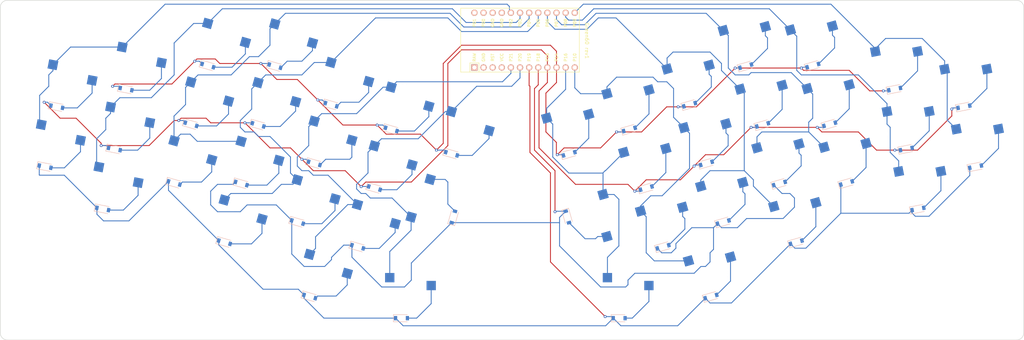
<source format=kicad_pcb>
(kicad_pcb (version 20211014) (generator pcbnew)
  (title_block (title "green60") (rev "v1.0.0") (company "Unknown"))
  (layers (0 "F.Cu" signal) (31 "B.Cu" signal) (34 "B.Paste" user) (35 "F.Paste" user) (36 "B.SilkS" user "B.Silkscreen") (37 "F.SilkS" user "F.Silkscreen") (38 "B.Mask" user) (39 "F.Mask" user) (44 "Edge.Cuts" user))
  (net 0 "")
  (net 1 "P2")
  (net 2 "P19")
  (net 3 "S1_D")
  (net 4 "P15")
  (net 5 "S2_D")
  (net 6 "P3")
  (net 7 "S3_D")
  (net 8 "S4_D")
  (net 9 "P14")
  (net 10 "S5_D")
  (net 11 "P4")
  (net 12 "S6_D")
  (net 13 "S7_D")
  (net 14 "S8_D")
  (net 15 "P5")
  (net 16 "S9_D")
  (net 17 "P18")
  (net 18 "S10_D")
  (net 19 "S11_D")
  (net 20 "S12_D")
  (net 21 "S13_D")
  (net 22 "P21")
  (net 23 "S14_D")
  (net 24 "S15_D")
  (net 25 "S16_D")
  (net 26 "P20")
  (net 27 "S17_D")
  (net 28 "S18_D")
  (net 29 "S19_D")
  (net 30 "S20_D")
  (net 31 "S21_D")
  (net 32 "S22_D")
  (net 33 "P10")
  (net 34 "S23_D")
  (net 35 "S24_D")
  (net 36 "P8")
  (net 37 "S25_D")
  (net 38 "S26_D")
  (net 39 "P9")
  (net 40 "S27_D")
  (net 41 "P7")
  (net 42 "S28_D")
  (net 43 "S29_D")
  (net 44 "S30_D")
  (net 45 "P6")
  (net 46 "S31_D")
  (net 47 "S32_D")
  (net 48 "S33_D")
  (net 49 "S34_D")
  (net 50 "S35_D")
  (net 51 "S36_D")
  (net 52 "S37_D")
  (net 53 "S38_D")
  (net 54 "P16")
  (net 55 "S39_D")
  (net 56 "S40_D")
  (net 57 "S41_D")
  (net 58 "S42_D")
  (net 59 "S43_D")
  (net 60 "S44_D")
  (net 61 "RAW")
  (net 62 "RST")
  (net 63 "VCC")
  (net 64 "P1")
  (net 65 "P0")
  (footprint "PG1350" (layer "F.Cu") (at 250.207926 61.078952 16)
    (fp_text reference "S28" hide)
    (fp_text value "" hide)
  )
  (footprint "PG1350" (layer "F.Cu") (at 188.376324 98.517484)
    (fp_text reference "S44" hide)
    (fp_text value "" hide)
  )
  (footprint "PG1350" (layer "F.Cu") (at 215.878142 71.963159 16)
    (fp_text reference "S35" hide)
    (fp_text value "" hide)
  )
  (footprint "PG1350" (layer "F.Cu") (at 127.758921 98.517484)
    (fp_text reference "S22" hide)
    (fp_text value "" hide)
  )
  (footprint "PG1350" (layer "F.Cu") (at 84.608216 61.234116 -16)
    (fp_text reference "S10" hide)
    (fp_text value "" hide)
  )
  (footprint "PG1350" (layer "F.Cu") (at 212.463897 92.707867 16)
    (fp_text reference "S43" hide)
    (fp_text value "" hide)
  )
  (footprint "PG1350" (layer "F.Cu") (at 226.841194 44.892667 16)
    (fp_text reference "S33" hide)
    (fp_text value "" hide)
  )
  (footprint "PG1350" (layer "F.Cu") (at 65.927319 61.078952 -16)
    (fp_text reference "S6" hide)
    (fp_text value "" hide)
  )
  (footprint "PG1350" (layer "F.Cu") (at 240.836256 28.396055 16)
    (fp_text reference "S30" hide)
    (fp_text value "" hide)
  )
  (footprint "PG1350" (layer "F.Cu") (at 52.070102 34.834517 -11)
    (fp_text reference "S5" hide)
    (fp_text value "" hide)
  )
  (footprint "PG1350" (layer "F.Cu") (at 104.942938 55.62171 -16)
    (fp_text reference "S14" hide)
    (fp_text value "" hide)
  )
  (footprint "PG1350" (layer "F.Cu") (at 89.294051 44.892667 -16)
    (fp_text reference "S11" hide)
    (fp_text value "" hide)
  )
  (footprint "PG1350" (layer "F.Cu") (at 172.976037 52.952127 16)
    (fp_text reference "S42" hide)
    (fp_text value "" hide)
  )
  (footprint "PG1350" (layer "F.Cu") (at 70.613154 44.737503 -16)
    (fp_text reference "S7" hide)
    (fp_text value "" hide)
  )
  (footprint "PG1350" (layer "F.Cu") (at 270.552649 68.209841 11)
    (fp_text reference "S25" hide)
    (fp_text value "" hide)
  )
  (footprint "PG1350" (layer "F.Cu") (at 137.067623 74.19601 74)
    (fp_text reference "S19" hide)
    (fp_text value "" hide)
  )
  (footprint "PG1350" (layer "F.Cu") (at 109.628773 39.280261 -16)
    (fp_text reference "S15" hide)
    (fp_text value "" hide)
  )
  (footprint "PG1350" (layer "F.Cu") (at 121.694373 62.505706 -16)
    (fp_text reference "S17" hide)
    (fp_text value "" hide)
  )
  (footprint "PG1350" (layer "F.Cu") (at 117.008538 78.847155 -16)
    (fp_text reference "S16" hide)
    (fp_text value "" hide)
  )
  (footprint "PG1350" (layer "F.Cu") (at 29.535183 56.431448 -11)
    (fp_text reference "S1" hide)
    (fp_text value "" hide)
  )
  (footprint "PG1350" (layer "F.Cu") (at 194.440872 62.505706 16)
    (fp_text reference "S39" hide)
    (fp_text value "" hide)
  )
  (footprint "ProMicro" (layer "F.Cu") (at 162.035183 26.431448)
    (fp_text reference "MCU1" hide)
    (fp_text value "" hide)
  )
  (footprint "PG1350" (layer "F.Cu") (at 283.356309 39.743786 11)
    (fp_text reference "S24" hide)
    (fp_text value "" hide)
  )
  (footprint "PG1350" (layer "F.Cu") (at 32.778936 39.743786 -11)
    (fp_text reference "S2" hide)
    (fp_text value "" hide)
  )
  (footprint "PG1350" (layer "F.Cu") (at 245.522091 44.737503 16)
    (fp_text reference "S29" hide)
    (fp_text value "" hide)
  )
  (footprint "PG1350" (layer "F.Cu") (at 236.212864 77.575565 16)
    (fp_text reference "S31" hide)
    (fp_text value "" hide)
  )
  (footprint "PG1350" (layer "F.Cu") (at 126.380209 46.164257 -16)
    (fp_text reference "S18" hide)
    (fp_text value "" hide)
  )
  (footprint "PG1350" (layer "F.Cu") (at 231.527029 61.234116 16)
    (fp_text reference "S32" hide)
    (fp_text value "" hide)
  )
  (footprint "PG1350" (layer "F.Cu") (at 48.826349 51.522179 -11)
    (fp_text reference "S4" hide)
    (fp_text value "" hide)
  )
  (footprint "PG1350" (layer "F.Cu") (at 143.159208 52.952127 -16)
    (fp_text reference "S20" hide)
    (fp_text value "" hide)
  )
  (footprint "PG1350" (layer "F.Cu") (at 103.671348 92.707867 -16)
    (fp_text reference "S21" hide)
    (fp_text value "" hide)
  )
  (footprint "PG1350" (layer "F.Cu") (at 179.067623 74.19601 -74)
    (fp_text reference "S41" hide)
    (fp_text value "" hide)
  )
  (footprint "PG1350" (layer "F.Cu") (at 189.755037 46.164257 16)
    (fp_text reference "S40" hide)
    (fp_text value "" hide)
  )
  (footprint "PG1350" (layer "F.Cu") (at 286.600062 56.431448 11)
    (fp_text reference "S23" hide)
    (fp_text value "" hide)
  )
  (footprint "PG1350" (layer "F.Cu") (at 199.126707 78.847155 16)
    (fp_text reference "S38" hide)
    (fp_text value "" hide)
  )
  (footprint "PG1350" (layer "F.Cu") (at 100.257103 71.963159 -16)
    (fp_text reference "S13" hide)
    (fp_text value "" hide)
  )
  (footprint "PG1350" (layer "F.Cu") (at 267.308896 51.522179 11)
    (fp_text reference "S26" hide)
    (fp_text value "" hide)
  )
  (footprint "PG1350" (layer "F.Cu") (at 206.506472 39.280261 16)
    (fp_text reference "S37" hide)
    (fp_text value "" hide)
  )
  (footprint "PG1350" (layer "F.Cu") (at 264.065143 34.834517 11)
    (fp_text reference "S27" hide)
    (fp_text value "" hide)
  )
  (footprint "PG1350" (layer "F.Cu") (at 222.155359 28.551219 16)
    (fp_text reference "S34" hide)
    (fp_text value "" hide)
  )
  (footprint "PG1350" (layer "F.Cu") (at 79.922381 77.575565 -16)
    (fp_text reference "S9" hide)
    (fp_text value "" hide)
  )
  (footprint "PG1350" (layer "F.Cu") (at 45.582596 68.209841 -11)
    (fp_text reference "S3" hide)
    (fp_text value "" hide)
  )
  (footprint "PG1350" (layer "F.Cu") (at 211.192307 55.62171 16)
    (fp_text reference "S36" hide)
    (fp_text value "" hide)
  )
  (footprint "PG1350" (layer "F.Cu") (at 93.979886 28.551219 -16)
    (fp_text reference "S12" hide)
    (fp_text value "" hide)
  )
  (footprint "PG1350" (layer "F.Cu") (at 75.298989 28.396055 -16)
    (fp_text reference "S8" hide)
    (fp_text value "" hide)
  )
  (gr_line (start 16.035183 17.331448) (end 16.035183 107.931448) (layer "Edge.Cuts") (width 0.15))
  (gr_arc (start 16.035183 17.331448) (mid 16.620969 15.917234) (end 18.035183 15.331448) (layer "Edge.Cuts") (width 0.15))
  (gr_line (start 18.035183 109.931448) (end 299.035183 109.931448) (layer "Edge.Cuts") (width 0.15))
  (gr_arc (start 301.035183 107.931448) (mid 300.449397 109.345662) (end 299.035183 109.931448) (layer "Edge.Cuts") (width 0.15))
  (gr_line (start 301.035183 107.931448) (end 301.035183 17.331448) (layer "Edge.Cuts") (width 0.15))
  (gr_arc (start 299.035183 15.331448) (mid 300.449397 15.917234) (end 301.035183 17.331448) (layer "Edge.Cuts") (width 0.15))
  (gr_line (start 299.035183 15.331448) (end 18.035183 15.331448) (layer "Edge.Cuts") (width 0.15))
  (gr_arc (start 18.035183 109.931448) (mid 16.620969 109.345662) (end 16.035183 107.931448) (layer "Edge.Cuts") (width 0.15))
  (gr_text "Green60 rev1" (at 179.395183 26.586448 -90) (layer "F.SilkS") (effects (font (size 1 1))))
  (segment (start 30.69942 33.278205) (end 35.608689 28.368936) (width 0.25) (layer "B.Cu") (net 1))
  (segment (start 49.990586 28.368936) (end 61.933074 16.426448) (width 0.25) (layer "B.Cu") (net 1))
  (segment (start 157.805183 18.391448) (end 158.225183 18.811448) (width 0.25) (layer "B.Cu") (net 1))
  (segment (start 157.805183 17.061448) (end 157.805183 18.391448) (width 0.25) (layer "B.Cu") (net 1))
  (segment (start 27.455667 49.965867) (end 26.995183 49.505383) (width 0.25) (layer "B.Cu") (net 1))
  (segment (start 157.170183 16.426448) (end 157.805183 17.061448) (width 0.25) (layer "B.Cu") (net 1))
  (segment (start 29.535183 39.286448) (end 29.535183 36.111448) (width 0.25) (layer "B.Cu") (net 1))
  (segment (start 61.933074 16.426448) (end 157.170183 16.426448) (width 0.25) (layer "B.Cu") (net 1))
  (segment (start 29.535183 36.111448) (end 30.69942 34.947211) (width 0.25) (layer "B.Cu") (net 1))
  (segment (start 26.995183 41.826448) (end 29.535183 39.286448) (width 0.25) (layer "B.Cu") (net 1))
  (segment (start 30.69942 34.947211) (end 30.69942 33.278205) (width 0.25) (layer "B.Cu") (net 1))
  (segment (start 35.608689 28.368936) (end 49.990586 28.368936) (width 0.25) (layer "B.Cu") (net 1))
  (segment (start 26.995183 49.505383) (end 26.995183 41.826448) (width 0.25) (layer "B.Cu") (net 1))
  (segment (start 169.235183 63.416448) (end 163.520183 57.701448) (width 0.25) (layer "F.Cu") (net 2))
  (segment (start 163.305183 39.071448) (end 163.305183 34.051448) (width 0.25) (layer "F.Cu") (net 2))
  (segment (start 184.475183 103.421448) (end 169.235183 88.181448) (width 0.25) (layer "F.Cu") (net 2))
  (segment (start 169.235183 88.181448) (end 169.235183 63.416448) (width 0.25) (layer "F.Cu") (net 2))
  (segment (start 163.520183 39.286448) (end 163.305183 39.071448) (width 0.25) (layer "F.Cu") (net 2))
  (segment (start 163.520183 57.701448) (end 163.520183 39.286448) (width 0.25) (layer "F.Cu") (net 2))
  (via (at 184.475183 103.421448) (size 0.8) (drill 0.4) (layers "F.Cu" "B.Cu") (net 2))
  (segment (start 219.643321 99.611448) (end 236.097032 83.157737) (width 0.25) (layer "B.Cu") (net 2))
  (segment (start 269.950739 74.597004) (end 270.835183 75.481448) (width 0.25) (layer "B.Cu") (net 2))
  (segment (start 236.097032 83.157737) (end 237.310743 84.371448) (width 0.25) (layer "B.Cu") (net 2))
  (segment (start 106.165219 103.851484) (end 126.108921 103.851484) (width 0.25) (layer "B.Cu") (net 2))
  (segment (start 42.945136 74.921401) (end 44.775183 76.751448) (width 0.25) (layer "B.Cu") (net 2))
  (segment (start 269.950739 73.760675) (end 269.950739 74.597004) (width 0.25) (layer "B.Cu") (net 2))
  (segment (start 186.726324 103.851484) (end 188.836288 105.961448) (width 0.25) (layer "B.Cu") (net 2))
  (segment (start 62.870988 68.253071) (end 76.86605 82.248133) (width 0.25) (layer "B.Cu") (net 2))
  (segment (start 184.61636 105.961448) (end 186.726324 103.851484) (width 0.25) (layer "B.Cu") (net 2))
  (segment (start 274.645183 75.481448) (end 285.998152 64.128479) (width 0.25) (layer "B.Cu") (net 2))
  (segment (start 250.092094 74.634537) (end 269.076877 74.634537) (width 0.25) (layer "B.Cu") (net 2))
  (segment (start 240.355183 84.371448) (end 250.092094 74.634537) (width 0.25) (layer "B.Cu") (net 2))
  (segment (start 100.615017 98.301282) (end 106.165219 103.851484) (width 0.25) (layer "B.Cu") (net 2))
  (segment (start 212.348065 98.290039) (end 213.669474 99.611448) (width 0.25) (layer "B.Cu") (net 2))
  (segment (start 26.897723 63.953988) (end 26.897723 61.352613) (width 0.25) (layer "B.Cu") (net 2))
  (segment (start 213.669474 99.611448) (end 219.643321 99.611448) (width 0.25) (layer "B.Cu") (net 2))
  (segment (start 269.076877 74.634537) (end 269.950739 73.760675) (width 0.25) (layer "B.Cu") (net 2))
  (segment (start 89.225183 95.801448) (end 99.03603 95.801448) (width 0.25) (layer "B.Cu") (net 2))
  (segment (start 26.995183 64.051448) (end 26.897723 63.953988) (width 0.25) (layer "B.Cu") (net 2))
  (segment (start 62.870988 65.75152) (end 62.870988 68.253071) (width 0.25) (layer "B.Cu") (net 2))
  (segment (start 76.86605 83.442315) (end 89.225183 95.801448) (width 0.25) (layer "B.Cu") (net 2))
  (segment (start 186.726324 103.851484) (end 186.296288 103.421448) (width 0.25) (layer "B.Cu") (net 2))
  (segment (start 237.310743 84.371448) (end 240.355183 84.371448) (width 0.25) (layer "B.Cu") (net 2))
  (segment (start 44.775183 76.751448) (end 51.87106 76.751448) (width 0.25) (layer "B.Cu") (net 2))
  (segment (start 33.865578 64.051448) (end 26.995183 64.051448) (width 0.25) (layer "B.Cu") (net 2))
  (segment (start 100.615017 97.380435) (end 100.615017 98.301282) (width 0.25) (layer "B.Cu") (net 2))
  (segment (start 188.836288 105.961448) (end 204.676656 105.961448) (width 0.25) (layer "B.Cu") (net 2))
  (segment (start 250.092094 74.634537) (end 250.092094 66.661124) (width 0.25) (layer "B.Cu") (net 2))
  (segment (start 128.218885 105.961448) (end 184.61636 105.961448) (width 0.25) (layer "B.Cu") (net 2))
  (segment (start 99.03603 95.801448) (end 100.615017 97.380435) (width 0.25) (layer "B.Cu") (net 2))
  (segment (start 186.296288 103.421448) (end 184.475183 103.421448) (width 0.25) (layer "B.Cu") (net 2))
  (segment (start 285.998152 64.128479) (end 285.998152 61.982282) (width 0.25) (layer "B.Cu") (net 2))
  (segment (start 42.945136 73.131006) (end 42.945136 74.921401) (width 0.25) (layer "B.Cu") (net 2))
  (segment (start 42.945136 73.131006) (end 33.865578 64.051448) (width 0.25) (layer "B.Cu") (net 2))
  (segment (start 76.86605 82.248133) (end 76.86605 83.442315) (width 0.25) (layer "B.Cu") (net 2))
  (segment (start 270.835183 75.481448) (end 274.645183 75.481448) (width 0.25) (layer "B.Cu") (net 2))
  (segment (start 204.676656 105.961448) (end 212.348065 98.290039) (width 0.25) (layer "B.Cu") (net 2))
  (segment (start 126.108921 103.851484) (end 128.218885 105.961448) (width 0.25) (layer "B.Cu") (net 2))
  (segment (start 51.87106 76.751448) (end 62.870988 65.75152) (width 0.25) (layer "B.Cu") (net 2))
  (segment (start 30.137093 61.982282) (end 33.900119 61.982282) (width 0.25) (layer "B.Cu") (net 3))
  (segment (start 33.900119 61.982282) (end 38.373682 57.508719) (width 0.25) (layer "B.Cu") (net 3))
  (segment (start 38.373682 57.508719) (end 38.373682 54.32929) (width 0.25) (layer "B.Cu") (net 3))
  (segment (start 112.085183 62.781448) (end 116.530183 67.226448) (width 0.25) (layer "F.Cu") (net 4))
  (segment (start 66.365183 48.176448) (end 73.350183 48.176448) (width 0.25) (layer "F.Cu") (net 4))
  (segment (start 100.020183 59.606448) (end 103.195183 62.781448) (width 0.25) (layer "F.Cu") (net 4))
  (segment (start 212.415183 58.336448) (end 209.240183 61.511448) (width 0.25) (layer "F.Cu") (net 4))
  (segment (start 73.350183 48.176448) (end 74.620183 49.446448) (width 0.25) (layer "F.Cu") (net 4))
  (segment (start 209.240183 61.511448) (end 205.430183 65.321448) (width 0.25) (layer "F.Cu") (net 4))
  (segment (start 244.800183 51.986448) (end 243.530183 50.716448) (width 0.25) (layer "F.Cu") (net 4))
  (segment (start 96.845183 56.431448) (end 100.020183 59.606448) (width 0.25) (layer "F.Cu") (net 4))
  (segment (start 44.140183 55.796448) (end 57.475183 55.796448) (width 0.25) (layer "F.Cu") (net 4))
  (segment (start 225.115183 50.716448) (end 217.495183 58.336448) (width 0.25) (layer "F.Cu") (net 4))
  (segment (start 91.130183 56.431448) (end 96.845183 56.431448) (width 0.25) (layer "F.Cu") (net 4))
  (segment (start 217.495183 58.336448) (end 212.415183 58.336448) (width 0.25) (layer "F.Cu") (net 4))
  (segment (start 205.430183 65.321448) (end 195.905183 65.321448) (width 0.25) (layer "F.Cu") (net 4))
  (segment (start 166.060183 40.556448) (end 168.385183 38.231448) (width 0.25) (layer "F.Cu") (net 4))
  (segment (start 74.620183 49.446448) (end 84.145183 49.446448) (width 0.25) (layer "F.Cu") (net 4))
  (segment (start 166.695183 29.126448) (end 168.385183 30.816448) (width 0.25) (layer "F.Cu") (net 4))
  (segment (start 260.040183 57.066448) (end 254.960183 51.986448) (width 0.25) (layer "F.Cu") (net 4))
  (segment (start 84.145183 49.446448) (end 91.130183 56.431448) (width 0.25) (layer "F.Cu") (net 4))
  (segment (start 117.800183 65.956448) (end 130.500183 65.956448) (width 0.25) (layer "F.Cu") (net 4))
  (segment (start 176.220183 66.591448) (end 166.060183 56.431448) (width 0.25) (layer "F.Cu") (net 4))
  (segment (start 265.120183 57.066448) (end 260.040183 57.066448) (width 0.25) (layer "F.Cu") (net 4))
  (segment (start 195.905183 65.321448) (end 192.730183 68.496448) (width 0.25) (layer "F.Cu") (net 4))
  (segment (start 166.060183 56.431448) (end 166.060183 40.556448) (width 0.25) (layer "F.Cu") (net 4))
  (segment (start 140.660183 55.796448) (end 140.660183 32.936448) (width 0.25) (layer "F.Cu") (net 4))
  (segment (start 280.995183 45.636448) (end 280.995183 47.541448) (width 0.25) (layer "F.Cu") (net 4))
  (segment (start 190.825183 66.591448) (end 176.220183 66.591448) (width 0.25) (layer "F.Cu") (net 4))
  (segment (start 64.460183 48.811448) (end 65.730183 48.811448) (width 0.25) (layer "F.Cu") (net 4))
  (segment (start 37.155183 48.176448) (end 44.140183 55.161448) (width 0.25) (layer "F.Cu") (net 4))
  (segment (start 65.730183 48.811448) (end 66.365183 48.176448) (width 0.25) (layer "F.Cu") (net 4))
  (segment (start 271.470183 57.066448) (end 265.120183 57.066448) (width 0.25) (layer "F.Cu") (net 4))
  (segment (start 116.530183 67.226448) (end 117.800183 65.956448) (width 0.25) (layer "F.Cu") (net 4))
  (segment (start 140.660183 32.936448) (end 144.470183 29.126448) (width 0.25) (layer "F.Cu") (net 4))
  (segment (start 32.710183 48.176448) (end 37.155183 48.176448) (width 0.25) (layer "F.Cu") (net 4))
  (segment (start 192.730183 68.496448) (end 190.825183 66.591448) (width 0.25) (layer "F.Cu") (net 4))
  (segment (start 130.500183 65.956448) (end 140.660183 55.796448) (width 0.25) (layer "F.Cu") (net 4))
  (segment (start 28.265183 43.731448) (end 32.710183 48.176448) (width 0.25) (layer "F.Cu") (net 4))
  (segment (start 168.385183 30.816448) (end 168.385183 34.051448) (width 0.25) (layer "F.Cu") (net 4))
  (segment (start 103.195183 62.781448) (end 112.085183 62.781448) (width 0.25) (layer "F.Cu") (net 4))
  (segment (start 44.140183 55.161448) (end 44.140183 55.796448) (width 0.25) (layer "F.Cu") (net 4))
  (segment (start 57.475183 55.796448) (end 64.460183 48.811448) (width 0.25) (layer "F.Cu") (net 4))
  (segment (start 243.530183 50.716448) (end 225.115183 50.716448) (width 0.25) (layer "F.Cu") (net 4))
  (segment (start 254.960183 51.986448) (end 244.800183 51.986448) (width 0.25) (layer "F.Cu") (net 4))
  (segment (start 168.385183 38.231448) (end 168.385183 34.051448) (width 0.25) (layer "F.Cu") (net 4))
  (segment (start 280.995183 47.541448) (end 271.470183 57.066448) (width 0.25) (layer "F.Cu") (net 4))
  (segment (start 144.470183 29.126448) (end 166.695183 29.126448) (width 0.25) (layer "F.Cu") (net 4))
  (via (at 28.265183 43.731448) (size 0.8) (drill 0.4) (layers "F.Cu" "B.Cu") (net 4))
  (via (at 225.115183 50.716448) (size 0.8) (drill 0.4) (layers "F.Cu" "B.Cu") (net 4))
  (via (at 84.145183 49.446448) (size 0.8) (drill 0.4) (layers "F.Cu" "B.Cu") (net 4))
  (via (at 209.240183 61.511448) (size 0.8) (drill 0.4) (layers "F.Cu" "B.Cu") (net 4))
  (via (at 116.530183 67.226448) (size 0.8) (drill 0.4) (layers "F.Cu" "B.Cu") (net 4))
  (via (at 44.140183 55.796448) (size 0.8) (drill 0.4) (layers "F.Cu" "B.Cu") (net 4))
  (via (at 265.120183 57.066448) (size 0.8) (drill 0.4) (layers "F.Cu" "B.Cu") (net 4))
  (via (at 243.530183 50.716448) (size 0.8) (drill 0.4) (layers "F.Cu" "B.Cu") (net 4))
  (via (at 100.020183 59.606448) (size 0.8) (drill 0.4) (layers "F.Cu" "B.Cu") (net 4))
  (via (at 280.995183 45.636448) (size 0.8) (drill 0.4) (layers "F.Cu" "B.Cu") (net 4))
  (via (at 192.730183 68.496448) (size 0.8) (drill 0.4) (layers "F.Cu" "B.Cu") (net 4))
  (via (at 65.730183 48.811448) (size 0.8) (drill 0.4) (layers "F.Cu" "B.Cu") (net 4))
  (segment (start 225.115183 50.716448) (end 226.483753 50.716448) (width 0.25) (layer "B.Cu") (net 4))
  (segment (start 209.547749 61.203882) (end 209.240183 61.511448) (width 0.25) (layer "B.Cu") (net 4))
  (segment (start 211.076475 61.203882) (end 209.547749 61.203882) (width 0.25) (layer "B.Cu") (net 4))
  (segment (start 29.207973 43.731448) (end 30.141476 44.664951) (width 0.25) (layer "B.Cu") (net 4))
  (segment (start 265.126748 57.073013) (end 265.120183 57.066448) (width 0.25) (layer "B.Cu") (net 4))
  (segment (start 101.198777 59.606448) (end 101.886607 60.294278) (width 0.25) (layer "B.Cu") (net 4))
  (segment (start 28.265183 43.731448) (end 29.207973 43.731448) (width 0.25) (layer "B.Cu") (net 4))
  (segment (start 118.638042 67.178274) (end 116.578357 67.178274) (width 0.25) (layer "B.Cu") (net 4))
  (segment (start 116.578357 67.178274) (end 116.530183 67.226448) (width 0.25) (layer "B.Cu") (net 4))
  (segment (start 266.706986 57.073013) (end 265.126748 57.073013) (width 0.25) (layer "B.Cu") (net 4))
  (segment (start 86.118933 49.446448) (end 86.23772 49.565235) (width 0.25) (layer "B.Cu") (net 4))
  (segment (start 243.530183 50.716448) (end 245.009486 50.716448) (width 0.25) (layer "B.Cu") (net 4))
  (segment (start 45.541993 55.796448) (end 46.188889 56.443344) (width 0.25) (layer "B.Cu") (net 4))
  (segment (start 84.145183 49.446448) (end 86.118933 49.446448) (width 0.25) (layer "B.Cu") (net 4))
  (segment (start 192.730183 68.496448) (end 193.91647 68.496448) (width 0.25) (layer "B.Cu") (net 4))
  (segment (start 282.754399 45.29462) (end 281.337011 45.29462) (width 0.25) (layer "B.Cu") (net 4))
  (segment (start 65.730183 48.811448) (end 66.9582 48.811448) (width 0.25) (layer "B.Cu") (net 4))
  (segment (start 281.337011 45.29462) (end 280.995183 45.636448) (width 0.25) (layer "B.Cu") (net 4))
  (segment (start 245.009486 50.716448) (end 245.406259 50.319675) (width 0.25) (layer "B.Cu") (net 4))
  (segment (start 66.9582 48.811448) (end 67.556823 49.410071) (width 0.25) (layer "B.Cu") (net 4))
  (segment (start 44.140183 55.796448) (end 45.541993 55.796448) (width 0.25) (layer "B.Cu") (net 4))
  (segment (start 226.483753 50.716448) (end 226.725362 50.474839) (width 0.25) (layer "B.Cu") (net 4))
  (segment (start 193.91647 68.496448) (end 194.32504 68.087878) (width 0.25) (layer "B.Cu") (net 4))
  (segment (start 100.020183 59.606448) (end 101.198777 59.606448) (width 0.25) (layer "B.Cu") (net 4))
  (segment (start 37.497011 45.29462) (end 41.617435 41.174196) (width 0.25) (layer "B.Cu") (net 5))
  (segment (start 41.617435 41.174196) (end 41.617435 37.641628) (width 0.25) (layer "B.Cu") (net 5))
  (segment (start 33.380846 45.29462) (end 37.497011 45.29462) (width 0.25) (layer "B.Cu") (net 5))
  (segment (start 46.746833 45.056598) (end 49.341983 42.461448) (width 0.25) (layer "B.Cu") (net 6))
  (segment (start 42.870183 61.111363) (end 42.870183 53.891448) (width 0.25) (layer "B.Cu") (net 6))
  (segment (start 159.710183 21.506448) (end 160.765183 20.451448) (width 0.25) (layer "B.Cu") (net 6))
  (segment (start 77.868287 17.696448) (end 141.930183 17.696448) (width 0.25) (layer "B.Cu") (net 6))
  (segment (start 69.907795 21.773836) (end 73.790899 21.773836) (width 0.25) (layer "B.Cu") (net 6))
  (segment (start 58.110183 42.461448) (end 64.460183 36.111448) (width 0.25) (layer "B.Cu") (net 6))
  (segment (start 42.870183 53.891448) (end 45.410183 51.351448) (width 0.25) (layer "B.Cu") (net 6))
  (segment (start 73.790899 21.773836) (end 77.868287 17.696448) (width 0.25) (layer "B.Cu") (net 6))
  (segment (start 145.740183 21.506448) (end 159.710183 21.506448) (width 0.25) (layer "B.Cu") (net 6))
  (segment (start 49.341983 42.461448) (end 58.110183 42.461448) (width 0.25) (layer "B.Cu") (net 6))
  (segment (start 43.50308 61.74426) (end 42.870183 61.111363) (width 0.25) (layer "B.Cu") (net 6))
  (segment (start 45.410183 48.176448) (end 46.746833 46.839798) (width 0.25) (layer "B.Cu") (net 6))
  (segment (start 141.930183 17.696448) (end 145.740183 21.506448) (width 0.25) (layer "B.Cu") (net 6))
  (segment (start 46.746833 46.839798) (end 46.746833 45.056598) (width 0.25) (layer "B.Cu") (net 6))
  (segment (start 45.410183 51.351448) (end 45.410183 48.176448) (width 0.25) (layer "B.Cu") (net 6))
  (segment (start 64.460183 27.221448) (end 69.907795 21.773836) (width 0.25) (layer "B.Cu") (net 6))
  (segment (start 64.460183 36.111448) (end 64.460183 27.221448) (width 0.25) (layer "B.Cu") (net 6))
  (segment (start 160.765183 20.451448) (end 160.765183 18.811448) (width 0.25) (layer "B.Cu") (net 6))
  (segment (start 54.421095 69.645536) (end 54.421095 66.107683) (width 0.25) (layer "B.Cu") (net 7))
  (segment (start 50.305956 73.760675) (end 54.421095 69.645536) (width 0.25) (layer "B.Cu") (net 7))
  (segment (start 46.184506 73.760675) (end 50.305956 73.760675) (width 0.25) (layer "B.Cu") (net 7))
  (segment (start 57.664848 53.701783) (end 57.664848 49.420021) (width 0.25) (layer "B.Cu") (net 8))
  (segment (start 49.428259 57.073013) (end 54.293618 57.073013) (width 0.25) (layer "B.Cu") (net 8))
  (segment (start 54.293618 57.073013) (end 57.664848 53.701783) (width 0.25) (layer "B.Cu") (net 8))
  (segment (start 47.950183 38.651448) (end 47.315183 39.286448) (width 0.25) (layer "F.Cu") (net 9))
  (segment (start 201.620183 45.001448) (end 194.635183 51.986448) (width 0.25) (layer "F.Cu") (net 9))
  (segment (start 187.650183 51.986448) (end 183.205183 56.431448) (width 0.25) (layer "F.Cu") (net 9))
  (segment (start 137.485183 57.066448) (end 139.390183 55.161448) (width 0.25) (layer "F.Cu") (net 9))
  (segment (start 93.035183 37.381448) (end 88.590183 32.936448) (width 0.25) (layer "F.Cu") (net 9))
  (segment (start 63.825183 38.651448) (end 47.950183 38.651448) (width 0.25) (layer "F.Cu") (net 9))
  (segment (start 139.390183 32.936448) (end 144.470183 27.856448) (width 0.25) (layer "F.Cu") (net 9))
  (segment (start 104.465183 43.096448) (end 98.750183 37.381448) (width 0.25) (layer "F.Cu") (net 9))
  (segment (start 261.945183 40.556448) (end 258.135183 40.556448) (width 0.25) (layer "F.Cu") (net 9))
  (segment (start 194.635183 51.986448) (end 187.650183 51.986448) (width 0.25) (layer "F.Cu") (net 9))
  (segment (start 239.085183 34.206448) (end 220.670183 34.206448) (width 0.25) (layer "F.Cu") (net 9))
  (segment (start 220.670183 34.206448) (end 209.875183 45.001448) (width 0.25) (layer "F.Cu") (net 9))
  (segment (start 133.040183 52.621448) (end 123.515183 52.621448) (width 0.25) (layer "F.Cu") (net 9))
  (segment (start 75.890183 31.666448) (end 70.810183 31.666448) (width 0.25) (layer "F.Cu") (net 9))
  (segment (start 170.925183 29.546448) (end 170.925183 34.051448) (width 0.25) (layer "F.Cu") (net 9))
  (segment (start 183.205183 56.431448) (end 173.045183 56.431448) (width 0.25) (layer "F.Cu") (net 9))
  (segment (start 137.485183 57.066448) (end 133.040183 52.621448) (width 0.25) (layer "F.Cu") (net 9))
  (segment (start 167.965183 41.191448) (end 170.925183 38.231448) (width 0.25) (layer "F.Cu") (net 9))
  (segment (start 170.886536 58.082801) (end 170.886536 54.907801) (width 0.25) (layer "F.Cu") (net 9))
  (segment (start 252.420183 34.841448) (end 239.720183 34.841448) (width 0.25) (layer "F.Cu") (net 9))
  (segment (start 120.975183 50.081448) (end 111.450183 50.081448) (width 0.25) (layer "F.Cu") (net 9))
  (segment (start 70.810183 31.666448) (end 70.175183 32.301448) (width 0.25) (layer "F.Cu") (net 9))
  (segment (start 170.886536 54.907801) (end 167.965183 51.986448) (width 0.25) (layer "F.Cu") (net 9))
  (segment (start 173.045183 56.431448) (end 171.140183 58.336448) (width 0.25) (layer "F.Cu") (net 9))
  (segment (start 111.450183 50.081448) (end 104.465183 43.096448) (width 0.25) (layer "F.Cu") (net 9))
  (segment (start 209.875183 45.001448) (end 204.795183 45.001448) (width 0.25) (layer "F.Cu") (net 9))
  (segment (start 144.470183 27.856448) (end 169.235183 27.856448) (width 0.25) (layer "F.Cu") (net 9))
  (segment (start 204.795183 45.001448) (end 201.620183 45.001448) (width 0.25) (layer "F.Cu") (net 9))
  (segment (start 70.175183 32.301448) (end 63.825183 38.651448) (width 0.25) (layer "F.Cu") (net 9))
  (segment (start 170.925183 38.231448) (end 170.925183 34.051448) (width 0.25) (layer "F.Cu") (net 9))
  (segment (start 123.515183 52.621448) (end 120.975183 50.081448) (width 0.25) (layer "F.Cu") (net 9))
  (segment (start 171.140183 58.336448) (end 170.886536 58.082801) (width 0.25) (layer "F.Cu") (net 9))
  (segment (start 239.720183 34.841448) (end 239.085183 34.206448) (width 0.25) (layer "F.Cu") (net 9))
  (segment (start 167.965183 51.986448) (end 167.965183 41.191448) (width 0.25) (layer "F.Cu") (net 9))
  (segment (start 98.750183 37.381448) (end 93.035183 37.381448) (width 0.25) (layer "F.Cu") (net 9))
  (segment (start 258.135183 40.556448) (end 252.420183 34.841448) (width 0.25) (layer "F.Cu") (net 9))
  (segment (start 169.235183 27.856448) (end 170.925183 29.546448) (width 0.25) (layer "F.Cu") (net 9))
  (segment (start 77.160183 32.936448) (end 75.890183 31.666448) (width 0.25) (layer "F.Cu") (net 9))
  (segment (start 139.390183 55.161448) (end 139.390183 32.936448) (width 0.25) (layer "F.Cu") (net 9))
  (segment (start 88.590183 32.936448) (end 77.160183 32.936448) (width 0.25) (layer "F.Cu") (net 9))
  (via (at 70.175183 32.301448) (size 0.8) (drill 0.4) (layers "F.Cu" "B.Cu") (net 9))
  (via (at 104.465183 43.096448) (size 0.8) (drill 0.4) (layers "F.Cu" "B.Cu") (net 9))
  (via (at 120.975183 50.081448) (size 0.8) (drill 0.4) (layers "F.Cu" "B.Cu") (net 9))
  (via (at 187.650183 51.986448) (size 0.8) (drill 0.4) (layers "F.Cu" "B.Cu") (net 9))
  (via (at 47.315183 39.286448) (size 0.8) (drill 0.4) (layers "F.Cu" "B.Cu") (net 9))
  (via (at 204.795183 45.001448) (size 0.8) (drill 0.4) (layers "F.Cu" "B.Cu") (net 9))
  (via (at 261.945183 40.556448) (size 0.8) (drill 0.4) (layers "F.Cu" "B.Cu") (net 9))
  (via (at 137.485183 57.066448) (size 0.8) (drill 0.4) (layers "F.Cu" "B.Cu") (net 9))
  (via (at 171.140183 58.336448) (size 0.8) (drill 0.4) (layers "F.Cu" "B.Cu") (net 9))
  (via (at 239.085183 34.206448) (size 0.8) (drill 0.4) (layers "F.Cu" "B.Cu") (net 9))
  (via (at 88.590183 32.936448) (size 0.8) (drill 0.4) (layers "F.Cu" "B.Cu") (net 9))
  (via (at 220.670183 34.206448) (size 0.8) (drill 0.4) (layers "F.Cu" "B.Cu") (net 9))
  (segment (start 70.175183 32.301448) (end 71.475483 32.301448) (width 0.25) (layer "B.Cu") (net 9))
  (segment (start 104.465183 43.096448) (end 105.716061 43.096448) (width 0.25) (layer "B.Cu") (net 9))
  (segment (start 204.795183 45.001448) (end 206.251625 45.001448) (width 0.25) (layer "B.Cu") (net 9))
  (segment (start 47.315183 39.286448) (end 48.963408 39.286448) (width 0.25) (layer "B.Cu") (net 9))
  (segment (start 105.716061 43.096448) (end 106.572442 43.952829) (width 0.25) (layer "B.Cu") (net 9))
  (segment (start 48.963408 39.286448) (end 49.432642 39.755682) (width 0.25) (layer "B.Cu") (net 9))
  (segment (start 137.485183 57.066448) (end 139.54463 57.066448) (width 0.25) (layer "B.Cu") (net 9))
  (segment (start 189.399186 51.986448) (end 189.639205 51.746429) (width 0.25) (layer "B.Cu") (net 9))
  (segment (start 139.54463 57.066448) (end 140.102877 57.624695) (width 0.25) (layer "B.Cu") (net 9))
  (segment (start 90.636216 32.936448) (end 90.923555 33.223787) (width 0.25) (layer "B.Cu") (net 9))
  (segment (start 71.475483 32.301448) (end 72.242658 33.068623) (width 0.25) (layer "B.Cu") (net 9))
  (segment (start 171.140183 58.336448) (end 172.662354 58.336448) (width 0.25) (layer "B.Cu") (net 9))
  (segment (start 261.945183 40.556448) (end 263.292136 40.556448) (width 0.25) (layer "B.Cu") (net 9))
  (segment (start 88.590183 32.936448) (end 90.636216 32.936448) (width 0.25) (layer "B.Cu") (net 9))
  (segment (start 239.313404 33.978227) (end 239.085183 34.206448) (width 0.25) (layer "B.Cu") (net 9))
  (segment (start 221.96647 34.206448) (end 222.039527 34.133391) (width 0.25) (layer "B.Cu") (net 9))
  (segment (start 120.975183 50.081448) (end 122.568501 50.081448) (width 0.25) (layer "B.Cu") (net 9))
  (segment (start 220.670183 34.206448) (end 221.96647 34.206448) (width 0.25) (layer "B.Cu") (net 9))
  (segment (start 187.650183 51.986448) (end 189.399186 51.986448) (width 0.25) (layer "B.Cu") (net 9))
  (segment (start 172.662354 58.336448) (end 172.860205 58.534299) (width 0.25) (layer "B.Cu") (net 9))
  (segment (start 263.292136 40.556448) (end 263.463233 40.385351) (width 0.25) (layer "B.Cu") (net 9))
  (segment (start 122.568501 50.081448) (end 123.323878 50.836825) (width 0.25) (layer "B.Cu") (net 9))
  (segment (start 240.720424 33.978227) (end 239.313404 33.978227) (width 0.25) (layer "B.Cu") (net 9))
  (segment (start 206.251625 45.001448) (end 206.39064 44.862433) (width 0.25) (layer "B.Cu") (net 9))
  (segment (start 52.672012 40.385351) (end 57.64628 40.385351) (width 0.25) (layer "B.Cu") (net 10))
  (segment (start 60.908601 37.12303) (end 60.908601 32.732359) (width 0.25) (layer "B.Cu") (net 10))
  (segment (start 57.64628 40.385351) (end 60.908601 37.12303) (width 0.25) (layer "B.Cu") (net 10))
  (segment (start 92.471796 21.929) (end 91.130183 23.270613) (width 0.25) (layer "B.Cu") (net 11))
  (segment (start 141.295183 18.966448) (end 145.105183 22.776448) (width 0.25) (layer "B.Cu") (net 11))
  (segment (start 67.635183 39.585165) (end 69.105064 38.115284) (width 0.25) (layer "B.Cu") (net 11))
  (segment (start 66.254514 52.621448) (end 64.419229 54.456733) (width 0.25) (layer "B.Cu") (net 11))
  (segment (start 67.635183 44.366448) (end 67.635183 39.585165) (width 0.25) (layer "B.Cu") (net 11))
  (segment (start 68.905183 52.621448) (end 66.254514 52.621448) (width 0.25) (layer "B.Cu") (net 11))
  (segment (start 95.434348 18.966448) (end 141.295183 18.966448) (width 0.25) (layer "B.Cu") (net 11))
  (segment (start 91.130183 23.270613) (end 91.130183 27.856448) (width 0.25) (layer "B.Cu") (net 11))
  (segment (start 91.130183 27.856448) (end 87.955183 31.031448) (width 0.25) (layer "B.Cu") (net 11))
  (segment (start 145.105183 22.776448) (end 160.980183 22.776448) (width 0.25) (layer "B.Cu") (net 11))
  (segment (start 64.419229 47.582402) (end 67.635183 44.366448) (width 0.25) (layer "B.Cu") (net 11))
  (segment (start 160.980183 22.776448) (end 163.305183 20.451448) (width 0.25) (layer "B.Cu") (net 11))
  (segment (start 85.415183 31.031448) (end 80.335183 36.111448) (width 0.25) (layer "B.Cu") (net 11))
  (segment (start 92.471796 21.929) (end 95.434348 18.966448) (width 0.25) (layer "B.Cu") (net 11))
  (segment (start 71.1089 36.111448) (end 69.105064 38.115284) (width 0.25) (layer "B.Cu") (net 11))
  (segment (start 80.335183 36.111448) (end 71.1089 36.111448) (width 0.25) (layer "B.Cu") (net 11))
  (segment (start 64.419229 54.456733) (end 64.419229 47.582402) (width 0.25) (layer "B.Cu") (net 11))
  (segment (start 83.100126 54.611897) (end 70.895632 54.611897) (width 0.25) (layer "B.Cu") (net 11))
  (segment (start 87.955183 31.031448) (end 85.415183 31.031448) (width 0.25) (layer "B.Cu") (net 11))
  (segment (start 163.305183 20.451448) (end 163.305183 18.811448) (width 0.25) (layer "B.Cu") (net 11))
  (segment (start 70.895632 54.611897) (end 68.905183 52.621448) (width 0.25) (layer "B.Cu") (net 11))
  (segment (start 66.747827 65.956448) (end 66.043151 66.661124) (width 0.25) (layer "B.Cu") (net 12))
  (segment (start 72.080183 65.956448) (end 66.747827 65.956448) (width 0.25) (layer "B.Cu") (net 12))
  (segment (start 74.9154 59.75512) (end 74.9154 63.121231) (width 0.25) (layer "B.Cu") (net 12))
  (segment (start 74.9154 63.121231) (end 72.080183 65.956448) (width 0.25) (layer "B.Cu") (net 12))
  (segment (start 76.286956 50.319675) (end 79.601235 47.005396) (width 0.25) (layer "B.Cu") (net 13))
  (segment (start 79.601235 47.005396) (end 79.601235 43.413671) (width 0.25) (layer "B.Cu") (net 13))
  (segment (start 70.728986 50.319675) (end 76.286956 50.319675) (width 0.25) (layer "B.Cu") (net 13))
  (segment (start 75.414821 33.978227) (end 80.563404 33.978227) (width 0.25) (layer "B.Cu") (net 14))
  (segment (start 80.563404 33.978227) (end 84.28707 30.254561) (width 0.25) (layer "B.Cu") (net 14))
  (segment (start 84.28707 30.254561) (end 84.28707 27.072223) (width 0.25) (layer "B.Cu") (net 14))
  (segment (start 144.470183 24.046448) (end 140.660183 20.236448) (width 0.25) (layer "B.Cu") (net 15))
  (segment (start 80.236189 69.131448) (end 91.765183 69.131448) (width 0.25) (layer "B.Cu") (net 15))
  (segment (start 165.845183 21.086448) (end 162.885183 24.046448) (width 0.25) (layer "B.Cu") (net 15))
  (segment (start 87.785961 38.270448) (end 89.944961 36.111448) (width 0.25) (layer "B.Cu") (net 15))
  (segment (start 98.749013 65.34094) (end 96.845183 63.43711) (width 0.25) (layer "B.Cu") (net 15))
  (segment (start 84.145183 51.986448) (end 82.875183 50.716448) (width 0.25) (layer "B.Cu") (net 15))
  (segment (start 78.414291 70.953346) (end 80.236189 69.131448) (width 0.25) (layer "B.Cu") (net 15))
  (segment (start 82.875183 48.811448) (end 86.050183 45.636448) (width 0.25) (layer "B.Cu") (net 15))
  (segment (start 97.498505 66.591448) (end 98.749013 65.34094) (width 0.25) (layer "B.Cu") (net 15))
  (segment (start 86.685183 51.986448) (end 84.145183 51.986448) (width 0.25) (layer "B.Cu") (net 15))
  (segment (start 87.955183 53.256448) (end 86.685183 51.986448) (width 0.25) (layer "B.Cu") (net 15))
  (segment (start 120.542277 20.236448) (end 108.120683 32.658042) (width 0.25) (layer "B.Cu") (net 15))
  (segment (start 86.050183 40.006226) (end 87.785961 38.270448) (width 0.25) (layer "B.Cu") (net 15))
  (segment (start 165.845183 18.811448) (end 165.845183 21.086448) (width 0.25) (layer "B.Cu") (net 15))
  (segment (start 140.660183 20.236448) (end 120.542277 20.236448) (width 0.25) (layer "B.Cu") (net 15))
  (segment (start 94.305183 66.591448) (end 97.498505 66.591448) (width 0.25) (layer "B.Cu") (net 15))
  (segment (start 96.845183 58.971448) (end 91.130183 53.256448) (width 0.25) (layer "B.Cu") (net 15))
  (segment (start 91.765183 69.131448) (end 94.305183 66.591448) (width 0.25) (layer "B.Cu") (net 15))
  (segment (start 91.130183 53.256448) (end 87.955183 53.256448) (width 0.25) (layer "B.Cu") (net 15))
  (segment (start 82.875183 50.716448) (end 82.875183 48.811448) (width 0.25) (layer "B.Cu") (net 15))
  (segment (start 86.050183 45.636448) (end 86.050183 40.006226) (width 0.25) (layer "B.Cu") (net 15))
  (segment (start 96.845183 63.43711) (end 96.845183 58.971448) (width 0.25) (layer "B.Cu") (net 15))
  (segment (start 100.020183 36.111448) (end 103.473589 32.658042) (width 0.25) (layer "B.Cu") (net 15))
  (segment (start 162.885183 24.046448) (end 144.470183 24.046448) (width 0.25) (layer "B.Cu") (net 15))
  (segment (start 89.944961 36.111448) (end 100.020183 36.111448) (width 0.25) (layer "B.Cu") (net 15))
  (segment (start 103.473589 32.658042) (end 108.120683 32.658042) (width 0.25) (layer "B.Cu") (net 15))
  (segment (start 80.038213 83.157737) (end 85.993894 83.157737) (width 0.25) (layer "B.Cu") (net 16))
  (segment (start 88.910462 80.241169) (end 88.910462 76.251733) (width 0.25) (layer "B.Cu") (net 16))
  (segment (start 85.993894 83.157737) (end 88.910462 80.241169) (width 0.25) (layer "B.Cu") (net 16))
  (segment (start 164.790183 57.066448) (end 164.790183 39.921448) (width 0.25) (layer "F.Cu") (net 17))
  (segment (start 164.790183 39.921448) (end 165.845183 38.866448) (width 0.25) (layer "F.Cu") (net 17))
  (segment (start 170.505183 74.211448) (end 170.505183 62.781448) (width 0.25) (layer "F.Cu") (net 17))
  (segment (start 165.845183 38.866448) (end 165.845183 34.051448) (width 0.25) (layer "F.Cu") (net 17))
  (segment (start 170.505183 62.781448) (end 164.790183 57.066448) (width 0.25) (layer "F.Cu") (net 17))
  (via (at 170.505183 74.211448) (size 0.8) (drill 0.4) (layers "F.Cu" "B.Cu") (net 17))
  (segment (start 221.305183 78.656448) (end 216.873427 78.656448) (width 0.25) (layer "B.Cu") (net 17))
  (segment (start 108.275183 86.911448) (end 108.275183 87.546448) (width 0.25) (layer "B.Cu") (net 17))
  (segment (start 171.775183 77.386448) (end 171.775183 75.790446) (width 0.25) (layer "B.Cu") (net 17))
  (segment (start 100.655183 89.451448) (end 97.200772 85.997037) (width 0.25) (layer "B.Cu") (net 17))
  (segment (start 171.775183 83.736448) (end 171.775183 77.386448) (width 0.25) (layer "B.Cu") (net 17))
  (segment (start 170.505183 74.211448) (end 170.636453 74.080178) (width 0.25) (layer "B.Cu") (net 17))
  (segment (start 200.222996 85.641448) (end 199.010875 84.429327) (width 0.25) (layer "B.Cu") (net 17))
  (segment (start 202.890183 85.641448) (end 200.222996 85.641448) (width 0.25) (layer "B.Cu") (net 17))
  (segment (start 171.775183 75.790446) (end 173.485451 74.080178) (width 0.25) (layer "B.Cu") (net 17))
  (segment (start 214.651193 78.656448) (end 214.651193 84.675438) (width 0.25) (layer "B.Cu") (net 17))
  (segment (start 113.952207 86.873472) (end 113.952207 83.519723) (width 0.25) (layer "B.Cu") (net 17))
  (segment (start 106.370183 89.451448) (end 100.655183 89.451448) (width 0.25) (layer "B.Cu") (net 17))
  (segment (start 231.411197 66.816288) (end 233.726357 69.131448) (width 0.25) (layer "B.Cu") (net 17))
  (segment (start 74.620183 68.496448) (end 76.525183 66.591448) (width 0.25) (layer "B.Cu") (net 17))
  (segment (start 214.651193 84.675438) (end 213.685183 85.641448) (width 0.25) (layer "B.Cu") (net 17))
  (segment (start 235.910183 69.131448) (end 237.180183 70.401448) (width 0.25) (layer "B.Cu") (net 17))
  (segment (start 213.685183 88.181448) (end 212.415183 89.451448) (width 0.25) (layer "B.Cu") (net 17))
  (segment (start 122.245183 95.166448) (end 113.952207 86.873472) (width 0.25) (layer "B.Cu") (net 17))
  (segment (start 213.685183 85.641448) (end 213.685183 88.181448) (width 0.25) (layer "B.Cu") (net 17))
  (segment (start 183.205183 95.166448) (end 171.775183 83.736448) (width 0.25) (layer "B.Cu") (net 17))
  (segment (start 208.605183 78.656448) (end 204.160183 83.101448) (width 0.25) (layer "B.Cu") (net 17))
  (segment (start 170.636453 74.080178) (end 173.485451 74.080178) (width 0.25) (layer "B.Cu") (net 17))
  (segment (start 233.726357 69.131448) (end 235.910183 69.131448) (width 0.25) (layer "B.Cu") (net 17))
  (segment (start 216.873427 78.656448) (end 215.76231 77.545331) (width 0.25) (layer "B.Cu") (net 17))
  (segment (start 128.595183 95.166448) (end 122.245183 95.166448) (width 0.25) (layer "B.Cu") (net 17))
  (segment (start 113.952207 83.519723) (end 111.666908 83.519723) (width 0.25) (layer "B.Cu") (net 17))
  (segment (start 209.240183 91.356448) (end 192.730183 91.356448) (width 0.25) (layer "B.Cu") (net 17))
  (segment (start 76.525183 66.591448) (end 80.867121 66.591448) (width 0.25) (layer "B.Cu") (net 17))
  (segment (start 80.867121 66.591448) (end 81.551885 65.906684) (width 0.25) (layer "B.Cu") (net 17))
  (segment (start 190.825183 94.531448) (end 190.190183 95.166448) (width 0.25) (layer "B.Cu") (net 17))
  (segment (start 111.666908 83.519723) (end 108.275183 86.911448) (width 0.25) (layer "B.Cu") (net 17))
  (segment (start 84.780183 72.306448) (end 82.875183 74.211448) (width 0.25) (layer "B.Cu") (net 17))
  (segment (start 82.875183 74.211448) (end 76.525183 74.211448) (width 0.25) (layer "B.Cu") (net 17))
  (segment (start 237.180183 72.941448) (end 234.005183 76.116448) (width 0.25) (layer "B.Cu") (net 17))
  (segment (start 192.730183 91.356448) (end 190.825183 93.261448) (width 0.25) (layer "B.Cu") (net 17))
  (segment (start 223.845183 76.116448) (end 221.305183 78.656448) (width 0.25) (layer "B.Cu") (net 17))
  (segment (start 237.180183 70.401448) (end 237.180183 72.941448) (width 0.25) (layer "B.Cu") (net 17))
  (segment (start 214.651193 78.656448) (end 208.605183 78.656448) (width 0.25) (layer "B.Cu") (net 17))
  (segment (start 130.500183 88.492349) (end 130.500183 93.261448) (width 0.25) (layer "B.Cu") (net 17))
  (segment (start 74.620183 72.306448) (end 74.620183 68.496448) (width 0.25) (layer "B.Cu") (net 17))
  (segment (start 204.160183 84.371448) (end 202.890183 85.641448) (width 0.25) (layer "B.Cu") (net 17))
  (segment (start 76.525183 74.211448) (end 74.620183 72.306448) (width 0.25) (layer "B.Cu") (net 17))
  (segment (start 141.740191 77.252341) (end 130.500183 88.492349) (width 0.25) (layer "B.Cu") (net 17))
  (segment (start 92.871493 72.306448) (end 84.780183 72.306448) (width 0.25) (layer "B.Cu") (net 17))
  (segment (start 141.740191 77.252341) (end 171.641076 77.252341) (width 0.25) (layer "B.Cu") (net 17))
  (segment (start 190.825183 93.261448) (end 190.825183 94.531448) (width 0.25) (layer "B.Cu") (net 17))
  (segment (start 234.005183 76.116448) (end 223.845183 76.116448) (width 0.25) (layer "B.Cu") (net 17))
  (segment (start 97.200772 76.635727) (end 92.871493 72.306448) (width 0.25) (layer "B.Cu") (net 17))
  (segment (start 190.190183 95.166448) (end 183.205183 95.166448) (width 0.25) (layer "B.Cu") (net 17))
  (segment (start 108.275183 87.546448) (end 106.370183 89.451448) (width 0.25) (layer "B.Cu") (net 17))
  (segment (start 204.160183 83.101448) (end 204.160183 84.371448) (width 0.25) (layer "B.Cu") (net 17))
  (segment (start 130.500183 93.261448) (end 128.595183 95.166448) (width 0.25) (layer "B.Cu") (net 17))
  (segment (start 215.76231 77.545331) (end 214.651193 78.656448) (width 0.25) (layer "B.Cu") (net 17))
  (segment (start 97.200772 85.997037) (end 97.200772 76.635727) (width 0.25) (layer "B.Cu") (net 17))
  (segment (start 212.415183 89.451448) (end 211.145183 89.451448) (width 0.25) (layer "B.Cu") (net 17))
  (segment (start 171.641076 77.252341) (end 171.775183 77.386448) (width 0.25) (layer "B.Cu") (net 17))
  (segment (start 211.145183 89.451448) (end 209.240183 91.356448) (width 0.25) (layer "B.Cu") (net 17))
  (segment (start 84.724048 66.816288) (end 90.270343 66.816288) (width 0.25) (layer "B.Cu") (net 18))
  (segment (start 93.596297 63.490334) (end 93.596297 59.910284) (width 0.25) (layer "B.Cu") (net 18))
  (segment (start 90.270343 66.816288) (end 93.596297 63.490334) (width 0.25) (layer "B.Cu") (net 18))
  (segment (start 98.282132 46.174901) (end 93.982194 50.474839) (width 0.25) (layer "B.Cu") (net 19))
  (segment (start 98.282132 43.568835) (end 98.282132 46.174901) (width 0.25) (layer "B.Cu") (net 19))
  (segment (start 93.982194 50.474839) (end 89.409883 50.474839) (width 0.25) (layer "B.Cu") (net 19))
  (segment (start 100.020183 32.301448) (end 95.927661 32.301448) (width 0.25) (layer "B.Cu") (net 20))
  (segment (start 102.967967 29.353664) (end 100.020183 32.301448) (width 0.25) (layer "B.Cu") (net 20))
  (segment (start 95.927661 32.301448) (end 94.095718 34.133391) (width 0.25) (layer "B.Cu") (net 20))
  (segment (start 102.967967 27.227387) (end 102.967967 29.353664) (width 0.25) (layer "B.Cu") (net 20))
  (segment (start 100.372935 77.545331) (end 105.5763 77.545331) (width 0.25) (layer "B.Cu") (net 21))
  (segment (start 105.5763 77.545331) (end 109.245184 73.876447) (width 0.25) (layer "B.Cu") (net 21))
  (segment (start 109.245184 73.876447) (end 109.245184 70.639327) (width 0.25) (layer "B.Cu") (net 21))
  (segment (start 158.225183 35.691448) (end 158.225183 34.051448) (width 0.25) (layer "B.Cu") (net 22))
  (segment (start 101.925183 50.509156) (end 103.434848 48.999491) (width 0.25) (layer "B.Cu") (net 22))
  (segment (start 103.830183 81.196448) (end 103.830183 84.418723) (width 0.25) (layer "B.Cu") (net 22))
  (segment (start 105.527891 46.906448) (end 115.260183 46.906448) (width 0.25) (layer "B.Cu") (net 22))
  (segment (start 101.925183 62.781448) (end 100.020183 62.781448) (width 0.25) (layer "B.Cu") (net 22))
  (segment (start 98.750183 58.971448) (end 101.925183 55.796448) (width 0.25) (layer "B.Cu") (net 22))
  (segment (start 155.900183 38.016448) (end 158.225183 35.691448) (width 0.25) (layer "B.Cu") (net 22))
  (segment (start 115.500448 72.224936) (end 107.32696 64.051448) (width 0.25) (layer "B.Cu") (net 22))
  (segment (start 100.020183 62.781448) (end 98.750183 61.511448) (width 0.25) (layer "B.Cu") (net 22))
  (segment (start 126.397709 38.016448) (end 155.900183 38.016448) (width 0.25) (layer "B.Cu") (net 22))
  (segment (start 101.925183 55.796448) (end 101.925183 50.509156) (width 0.25) (layer "B.Cu") (net 22))
  (segment (start 103.434848 48.999491) (end 105.527891 46.906448) (width 0.25) (layer "B.Cu") (net 22))
  (segment (start 107.32696 64.051448) (end 103.195183 64.051448) (width 0.25) (layer "B.Cu") (net 22))
  (segment (start 98.750183 61.511448) (end 98.750183 58.971448) (width 0.25) (layer "B.Cu") (net 22))
  (segment (start 124.872119 39.542038) (end 126.397709 38.016448) (width 0.25) (layer "B.Cu") (net 22))
  (segment (start 103.195183 64.051448) (end 101.925183 62.781448) (width 0.25) (layer "B.Cu") (net 22))
  (segment (start 103.830183 84.418723) (end 102.163258 86.085648) (width 0.25) (layer "B.Cu") (net 22))
  (segment (start 115.260183 46.906448) (end 122.624593 39.542038) (width 0.25) (layer "B.Cu") (net 22))
  (segment (start 122.624593 39.542038) (end 124.872119 39.542038) (width 0.25) (layer "B.Cu") (net 22))
  (segment (start 115.500448 72.224936) (end 112.801695 72.224936) (width 0.25) (layer "B.Cu") (net 22))
  (segment (start 112.801695 72.224936) (end 103.830183 81.196448) (width 0.25) (layer "B.Cu") (net 22))
  (segment (start 106.656204 59.606448) (end 105.05877 61.203882) (width 0.25) (layer "B.Cu") (net 23))
  (segment (start 113.355183 59.606448) (end 106.656204 59.606448) (width 0.25) (layer "B.Cu") (net 23))
  (segment (start 113.931019 59.030612) (end 113.355183 59.606448) (width 0.25) (layer "B.Cu") (net 23))
  (segment (start 113.931019 54.297878) (end 113.931019 59.030612) (width 0.25) (layer "B.Cu") (net 23))
  (segment (start 115.895183 43.731448) (end 110.87559 43.731448) (width 0.25) (layer "B.Cu") (net 24))
  (segment (start 118.616854 41.009777) (end 115.895183 43.731448) (width 0.25) (layer "B.Cu") (net 24))
  (segment (start 118.616854 37.956429) (end 118.616854 41.009777) (width 0.25) (layer "B.Cu") (net 24))
  (segment (start 110.87559 43.731448) (end 109.744605 44.862433) (width 0.25) (layer "B.Cu") (net 24))
  (segment (start 117.12437 84.429327) (end 121.552304 84.429327) (width 0.25) (layer "B.Cu") (net 25))
  (segment (start 121.552304 84.429327) (end 125.996619 79.985012) (width 0.25) (layer "B.Cu") (net 25))
  (segment (start 125.996619 79.985012) (end 125.996619 77.523323) (width 0.25) (layer "B.Cu") (net 25))
  (segment (start 132.405183 53.891448) (end 139.966723 46.329908) (width 0.25) (layer "B.Cu") (net 26))
  (segment (start 115.260183 67.861448) (end 115.260183 66.591448) (width 0.25) (layer "B.Cu") (net 26))
  (segment (start 160.765183 36.961448) (end 160.765183 34.051448) (width 0.25) (layer "B.Cu") (net 26))
  (segment (start 118.435183 57.634587) (end 120.186283 55.883487) (width 0.25) (layer "B.Cu") (net 26))
  (segment (start 139.966723 46.329908) (end 141.651118 46.329908) (width 0.25) (layer "B.Cu") (net 26))
  (segment (start 120.186283 55.883487) (end 122.178322 53.891448) (width 0.25) (layer "B.Cu") (net 26))
  (segment (start 117.800183 69.131448) (end 116.530183 69.131448) (width 0.25) (layer "B.Cu") (net 26))
  (segment (start 130.445404 75.7041) (end 125.142752 70.401448) (width 0.25) (layer "B.Cu") (net 26))
  (segment (start 116.530183 69.131448) (end 115.260183 67.861448) (width 0.25) (layer "B.Cu") (net 26))
  (segment (start 158.440183 39.286448) (end 160.765183 36.961448) (width 0.25) (layer "B.Cu") (net 26))
  (segment (start 124.483921 92.567484) (end 124.483921 85.30771) (width 0.25) (layer "B.Cu") (net 26))
  (segment (start 141.651118 46.329908) (end 148.694578 39.286448) (width 0.25) (layer "B.Cu") (net 26))
  (segment (start 118.435183 63.416448) (end 118.435183 57.634587) (width 0.25) (layer "B.Cu") (net 26))
  (segment (start 119.070183 70.401448) (end 117.800183 69.131448) (width 0.25) (layer "B.Cu") (net 26))
  (segment (start 115.260183 66.591448) (end 118.435183 63.416448) (width 0.25) (layer "B.Cu") (net 26))
  (segment (start 124.483921 85.30771) (end 130.445404 79.346227) (width 0.25) (layer "B.Cu") (net 26))
  (segment (start 130.445404 79.346227) (end 130.445404 75.7041) (width 0.25) (layer "B.Cu") (net 26))
  (segment (start 148.694578 39.286448) (end 158.440183 39.286448) (width 0.25) (layer "B.Cu") (net 26))
  (segment (start 122.178322 53.891448) (end 132.405183 53.891448) (width 0.25) (layer "B.Cu") (net 26))
  (segment (start 125.142752 70.401448) (end 119.070183 70.401448) (width 0.25) (layer "B.Cu") (net 26))
  (segment (start 121.810205 68.087878) (end 126.463753 68.087878) (width 0.25) (layer "B.Cu") (net 27))
  (segment (start 126.463753 68.087878) (end 130.682454 63.869177) (width 0.25) (layer "B.Cu") (net 27))
  (segment (start 130.682454 63.869177) (end 130.682454 61.181874) (width 0.25) (layer "B.Cu") (net 27))
  (segment (start 131.375202 51.746429) (end 135.36829 47.753341) (width 0.25) (layer "B.Cu") (net 28))
  (segment (start 135.36829 47.753341) (end 135.36829 44.840425) (width 0.25) (layer "B.Cu") (net 28))
  (segment (start 126.496041 51.746429) (end 131.375202 51.746429) (width 0.25) (layer "B.Cu") (net 28))
  (segment (start 140.660183 72.090566) (end 142.649795 74.080178) (width 0.25) (layer "B.Cu") (net 29))
  (segment (start 135.743791 65.207929) (end 139.911664 65.207929) (width 0.25) (layer "B.Cu") (net 29))
  (segment (start 139.911664 65.207929) (end 140.660183 65.956448) (width 0.25) (layer "B.Cu") (net 29))
  (segment (start 140.660183 65.956448) (end 140.660183 72.090566) (width 0.25) (layer "B.Cu") (net 29))
  (segment (start 147.447332 58.534299) (end 143.27504 58.534299) (width 0.25) (layer "B.Cu") (net 30))
  (segment (start 152.147289 51.628295) (end 152.147289 53.834342) (width 0.25) (layer "B.Cu") (net 30))
  (segment (start 152.147289 53.834342) (end 147.447332 58.534299) (width 0.25) (layer "B.Cu") (net 30))
  (segment (start 109.545183 97.706448) (end 104.370771 97.706448) (width 0.25) (layer "B.Cu") (net 31))
  (segment (start 112.659429 91.384035) (end 112.659429 94.592202) (width 0.25) (layer "B.Cu") (net 31))
  (segment (start 104.370771 97.706448) (end 103.78718 98.290039) (width 0.25) (layer "B.Cu") (net 31))
  (segment (start 112.659429 94.592202) (end 109.545183 97.706448) (width 0.25) (layer "B.Cu") (net 31))
  (segment (start 136.033921 99.79271) (end 136.033921 94.767484) (width 0.25) (layer "B.Cu") (net 32))
  (segment (start 129.408921 103.851484) (end 131.975147 103.851484) (width 0.25) (layer "B.Cu") (net 32))
  (segment (start 131.975147 103.851484) (end 136.033921 99.79271) (width 0.25) (layer "B.Cu") (net 32))
  (segment (start 184.966863 41.347462) (end 177.646197 41.347462) (width 0.25) (layer "B.Cu") (net 33))
  (segment (start 194.338533 72.603098) (end 197.175183 69.766448) (width 0.25) (layer "B.Cu") (net 33))
  (segment (start 201.620183 38.016448) (end 199.080183 38.016448) (width 0.25) (layer "B.Cu") (net 33))
  (segment (start 184.966863 39.429768) (end 184.966863 41.347462) (width 0.25) (layer "B.Cu") (net 33))
  (segment (start 195.905183 75.59701) (end 194.338533 74.03036) (width 0.25) (layer "B.Cu") (net 33))
  (segment (start 187.650183 36.746448) (end 184.966863 39.429768) (width 0.25) (layer "B.Cu") (net 33))
  (segment (start 200.350183 69.766448) (end 207.970183 62.146448) (width 0.25) (layer "B.Cu") (net 33))
  (segment (start 207.675723 87.891072) (end 198.154807 87.891072) (width 0.25) (layer "B.Cu") (net 33))
  (segment (start 207.970183 52.370965) (end 206.404133 50.804915) (width 0.25) (layer "B.Cu") (net 33))
  (segment (start 203.525183 39.921448) (end 201.620183 38.016448) (width 0.25) (layer "B.Cu") (net 33))
  (segment (start 206.404133 50.804915) (end 203.525183 47.925965) (width 0.25) (layer "B.Cu") (net 33))
  (segment (start 195.905183 85.641448) (end 195.905183 75.59701) (width 0.25) (layer "B.Cu") (net 33))
  (segment (start 176.005183 39.706448) (end 176.005183 34.051448) (width 0.25) (layer "B.Cu") (net 33))
  (segment (start 197.810183 36.746448) (end 187.650183 36.746448) (width 0.25) (layer "B.Cu") (net 33))
  (segment (start 198.154807 87.891072) (end 195.905183 85.641448) (width 0.25) (layer "B.Cu") (net 33))
  (segment (start 177.646197 41.347462) (end 176.005183 39.706448) (width 0.25) (layer "B.Cu") (net 33))
  (segment (start 194.338533 74.03036) (end 194.338533 72.603098) (width 0.25) (layer "B.Cu") (net 33))
  (segment (start 197.175183 69.766448) (end 200.350183 69.766448) (width 0.25) (layer "B.Cu") (net 33))
  (segment (start 207.970183 62.146448) (end 207.970183 52.370965) (width 0.25) (layer "B.Cu") (net 33))
  (segment (start 199.080183 38.016448) (end 197.810183 36.746448) (width 0.25) (layer "B.Cu") (net 33))
  (segment (start 203.525183 47.925965) (end 203.525183 39.921448) (width 0.25) (layer "B.Cu") (net 33))
  (segment (start 289.237522 61.352613) (end 294.007493 56.582642) (width 0.25) (layer "B.Cu") (net 34))
  (segment (start 294.007493 56.582642) (end 294.007493 51.171402) (width 0.25) (layer "B.Cu") (net 34))
  (segment (start 285.993769 44.664951) (end 290.76374 39.89498) (width 0.25) (layer "B.Cu") (net 35))
  (segment (start 290.76374 39.89498) (end 290.76374 34.48374) (width 0.25) (layer "B.Cu") (net 35))
  (segment (start 262.958753 46.306397) (end 262.958753 44.110018) (width 0.25) (layer "B.Cu") (net 36))
  (segment (start 262.958753 49.825018) (end 262.958753 46.306397) (width 0.25) (layer "B.Cu") (net 36))
  (segment (start 262.958753 44.110018) (end 254.960183 36.111448) (width 0.25) (layer "B.Cu") (net 36))
  (segment (start 237.815183 25.346361) (end 236.048082 23.57926) (width 0.25) (layer "B.Cu") (net 36))
  (segment (start 230.16527 17.696448) (end 181.300183 17.696448) (width 0.25) (layer "B.Cu") (net 36))
  (segment (start 178.125183 20.871448) (end 174.315183 20.871448) (width 0.25) (layer "B.Cu") (net 36))
  (segment (start 237.815183 34.841448) (end 237.815183 25.346361) (width 0.25) (layer "B.Cu") (net 36))
  (segment (start 266.202506 60.053771) (end 263.850183 57.701448) (width 0.25) (layer "B.Cu") (net 36))
  (segment (start 236.048082 23.57926) (end 230.16527 17.696448) (width 0.25) (layer "B.Cu") (net 36))
  (segment (start 254.960183 36.111448) (end 239.085183 36.111448) (width 0.25) (layer "B.Cu") (net 36))
  (segment (start 173.465183 20.021448) (end 173.465183 18.811448) (width 0.25) (layer "B.Cu") (net 36))
  (segment (start 263.850183 50.716448) (end 262.958753 49.825018) (width 0.25) (layer "B.Cu") (net 36))
  (segment (start 239.085183 36.111448) (end 237.815183 34.841448) (width 0.25) (layer "B.Cu") (net 36))
  (segment (start 266.202506 62.994059) (end 266.202506 60.053771) (width 0.25) (layer "B.Cu") (net 36))
  (segment (start 181.300183 17.696448) (end 178.125183 20.871448) (width 0.25) (layer "B.Cu") (net 36))
  (segment (start 174.315183 20.871448) (end 173.465183 20.021448) (width 0.25) (layer "B.Cu") (net 36))
  (segment (start 263.850183 57.701448) (end 263.850183 50.716448) (width 0.25) (layer "B.Cu") (net 36))
  (segment (start 277.96008 68.361035) (end 277.96008 62.949795) (width 0.25) (layer "B.Cu") (net 37))
  (segment (start 273.190109 73.131006) (end 277.96008 68.361035) (width 0.25) (layer "B.Cu") (net 37))
  (segment (start 269.946356 56.443344) (end 274.716327 51.673373) (width 0.25) (layer "B.Cu") (net 38))
  (segment (start 274.716327 51.673373) (end 274.716327 46.262133) (width 0.25) (layer "B.Cu") (net 38))
  (segment (start 247.340183 16.426448) (end 178.390183 16.426448) (width 0.25) (layer "B.Cu") (net 39))
  (segment (start 259.715 29.618735) (end 259.715 28.801265) (width 0.25) (layer "B.Cu") (net 39))
  (segment (start 279.006166 32.217431) (end 272.740183 25.951448) (width 0.25) (layer "B.Cu") (net 39))
  (segment (start 282.249919 51.215666) (end 279.725183 48.69093) (width 0.25) (layer "B.Cu") (net 39))
  (segment (start 178.390183 16.426448) (end 176.005183 18.811448) (width 0.25) (layer "B.Cu") (net 39))
  (segment (start 259.715 28.816631) (end 259.715 29.618735) (width 0.25) (layer "B.Cu") (net 39))
  (segment (start 272.740183 25.951448) (end 262.580183 25.951448) (width 0.25) (layer "B.Cu") (net 39))
  (segment (start 279.006166 34.528004) (end 279.006166 32.217431) (width 0.25) (layer "B.Cu") (net 39))
  (segment (start 279.725183 35.247021) (end 279.006166 34.528004) (width 0.25) (layer "B.Cu") (net 39))
  (segment (start 259.715 28.801265) (end 247.340183 16.426448) (width 0.25) (layer "B.Cu") (net 39))
  (segment (start 262.580183 25.951448) (end 259.715 28.816631) (width 0.25) (layer "B.Cu") (net 39))
  (segment (start 279.725183 48.69093) (end 279.725183 35.247021) (width 0.25) (layer "B.Cu") (net 39))
  (segment (start 266.702603 39.755682) (end 271.472574 34.985711) (width 0.25) (layer "B.Cu") (net 40))
  (segment (start 271.472574 34.985711) (end 271.472574 29.574471) (width 0.25) (layer "B.Cu") (net 40))
  (segment (start 245.419752 56.262157) (end 241.144043 51.986448) (width 0.25) (layer "B.Cu") (net 41))
  (segment (start 241.144043 49.292588) (end 242.260183 48.176448) (width 0.25) (layer "B.Cu") (net 41))
  (segment (start 178.760183 22.141448) (end 172.380183 22.141448) (width 0.25) (layer "B.Cu") (net 41))
  (segment (start 242.260183 41.446974) (end 240.733917 39.920708) (width 0.25) (layer "B.Cu") (net 41))
  (segment (start 225.115183 35.476448) (end 224.480183 36.111448) (width 0.25) (layer "B.Cu") (net 41))
  (segment (start 241.144043 51.986448) (end 241.144043 49.292588) (width 0.25) (layer "B.Cu") (net 41))
  (segment (start 172.380183 22.141448) (end 170.925183 20.686448) (width 0.25) (layer "B.Cu") (net 41))
  (segment (start 242.260183 48.176448) (end 242.260183 41.446974) (width 0.25) (layer "B.Cu") (net 41))
  (segment (start 181.935183 18.966448) (end 178.760183 22.141448) (width 0.25) (layer "B.Cu") (net 41))
  (segment (start 170.925183 20.686448) (end 170.925183 18.811448) (width 0.25) (layer "B.Cu") (net 41))
  (segment (start 217.367185 23.734424) (end 212.599209 18.966448) (width 0.25) (layer "B.Cu") (net 41))
  (segment (start 218.765183 25.132422) (end 217.367185 23.734424) (width 0.25) (layer "B.Cu") (net 41))
  (segment (start 224.480183 36.111448) (end 220.670183 36.111448) (width 0.25) (layer "B.Cu") (net 41))
  (segment (start 236.289657 35.476448) (end 225.115183 35.476448) (width 0.25) (layer "B.Cu") (net 41))
  (segment (start 212.599209 18.966448) (end 181.935183 18.966448) (width 0.25) (layer "B.Cu") (net 41))
  (segment (start 220.670183 36.111448) (end 218.765183 34.206448) (width 0.25) (layer "B.Cu") (net 41))
  (segment (start 240.733917 39.920708) (end 236.289657 35.476448) (width 0.25) (layer "B.Cu") (net 41))
  (segment (start 228.111845 51.986448) (end 226.738855 53.359438) (width 0.25) (layer "B.Cu") (net 41))
  (segment (start 218.765183 34.206448) (end 218.765183 25.132422) (width 0.25) (layer "B.Cu") (net 41))
  (segment (start 226.738855 53.359438) (end 226.738855 56.417321) (width 0.25) (layer "B.Cu") (net 41))
  (segment (start 241.144043 51.986448) (end 228.111845 51.986448) (width 0.25) (layer "B.Cu") (net 41))
  (segment (start 257.128726 61.887051) (end 257.128726 55.193322) (width 0.25) (layer "B.Cu") (net 42))
  (segment (start 253.264257 65.75152) (end 257.128726 61.887051) (width 0.25) (layer "B.Cu") (net 42))
  (segment (start 252.442891 45.545602) (end 252.442891 38.851873) (width 0.25) (layer "B.Cu") (net 43))
  (segment (start 248.578422 49.410071) (end 252.442891 45.545602) (width 0.25) (layer "B.Cu") (net 43))
  (segment (start 243.892587 33.068623) (end 248.364665 28.596545) (width 0.25) (layer "B.Cu") (net 44))
  (segment (start 248.364665 28.596545) (end 248.364665 25.664296) (width 0.25) (layer "B.Cu") (net 44))
  (segment (start 248.364665 25.664296) (end 247.757056 25.056687) (width 0.25) (layer "B.Cu") (net 44))
  (segment (start 247.757056 25.056687) (end 247.757056 22.510425) (width 0.25) (layer "B.Cu") (net 44))
  (segment (start 201.718298 34.463466) (end 187.49128 20.236448) (width 0.25) (layer "B.Cu") (net 45))
  (segment (start 216.860183 32.936448) (end 213.685183 29.761448) (width 0.25) (layer "B.Cu") (net 45))
  (segment (start 182.570183 20.236448) (end 179.395183 23.411448) (width 0.25) (layer "B.Cu") (net 45))
  (segment (start 223.210183 41.233035) (end 222.05302 40.075872) (width 0.25) (layer "B.Cu") (net 45))
  (segment (start 213.685183 62.781448) (end 211.089968 65.376663) (width 0.25) (layer "B.Cu") (net 45))
  (segment (start 231.42469 72.75877) (end 225.750183 67.084263) (width 0.25) (layer "B.Cu") (net 45))
  (segment (start 216.860183 34.883035) (end 216.860183 32.936448) (width 0.25) (layer "B.Cu") (net 45))
  (segment (start 223.210183 62.781448) (end 223.210183 41.233035) (width 0.25) (layer "B.Cu") (net 45))
  (segment (start 203.362433 29.761448) (end 201.718298 31.405583) (width 0.25) (layer "B.Cu") (net 45))
  (segment (start 179.395183 23.411448) (end 170.505183 23.411448) (width 0.25) (layer "B.Cu") (net 45))
  (segment (start 225.750183 67.084263) (end 225.750183 65.321448) (width 0.25) (layer "B.Cu") (net 45))
  (segment (start 211.089968 65.376663) (end 211.089968 67.146364) (width 0.25) (layer "B.Cu") (net 45))
  (segment (start 223.210183 62.781448) (end 213.685183 62.781448) (width 0.25) (layer "B.Cu") (net 45))
  (segment (start 168.385183 21.291448) (end 168.385183 18.811448) (width 0.25) (layer "B.Cu") (net 45))
  (segment (start 170.505183 23.411448) (end 168.385183 21.291448) (width 0.25) (layer "B.Cu") (net 45))
  (segment (start 187.49128 20.236448) (end 182.570183 20.236448) (width 0.25) (layer "B.Cu") (net 45))
  (segment (start 225.750183 65.321448) (end 223.210183 62.781448) (width 0.25) (layer "B.Cu") (net 45))
  (segment (start 201.718298 31.405583) (end 201.718298 34.463466) (width 0.25) (layer "B.Cu") (net 45))
  (segment (start 222.05302 40.075872) (end 216.860183 34.883035) (width 0.25) (layer "B.Cu") (net 45))
  (segment (start 213.685183 29.761448) (end 203.362433 29.761448) (width 0.25) (layer "B.Cu") (net 45))
  (segment (start 239.269195 82.248133) (end 243.133664 78.383664) (width 0.25) (layer "B.Cu") (net 46))
  (segment (start 243.133664 78.383664) (end 243.133664 71.689935) (width 0.25) (layer "B.Cu") (net 46))
  (segment (start 239.055438 61.434606) (end 239.055438 58.502357) (width 0.25) (layer "B.Cu") (net 47))
  (segment (start 238.447829 57.894748) (end 238.447829 55.348486) (width 0.25) (layer "B.Cu") (net 47))
  (segment (start 239.055438 58.502357) (end 238.447829 57.894748) (width 0.25) (layer "B.Cu") (net 47))
  (segment (start 234.58336 65.906684) (end 239.055438 61.434606) (width 0.25) (layer "B.Cu") (net 47))
  (segment (start 233.761994 45.700766) (end 233.761994 39.007037) (width 0.25) (layer "B.Cu") (net 48))
  (segment (start 229.897525 49.565235) (end 233.761994 45.700766) (width 0.25) (layer "B.Cu") (net 48))
  (segment (start 229.683768 25.81946) (end 229.076159 25.211851) (width 0.25) (layer "B.Cu") (net 49))
  (segment (start 229.076159 25.211851) (end 229.076159 22.665589) (width 0.25) (layer "B.Cu") (net 49))
  (segment (start 225.21169 33.223787) (end 229.683768 28.751709) (width 0.25) (layer "B.Cu") (net 49))
  (segment (start 229.683768 28.751709) (end 229.683768 25.81946) (width 0.25) (layer "B.Cu") (net 49))
  (segment (start 223.406551 72.163649) (end 223.406551 69.2314) (width 0.25) (layer "B.Cu") (net 50))
  (segment (start 223.406551 69.2314) (end 222.798942 68.623791) (width 0.25) (layer "B.Cu") (net 50))
  (segment (start 218.934473 76.635727) (end 223.406551 72.163649) (width 0.25) (layer "B.Cu") (net 50))
  (segment (start 222.798942 68.623791) (end 222.798942 66.077529) (width 0.25) (layer "B.Cu") (net 50))
  (segment (start 218.720716 55.8222) (end 218.720716 52.889951) (width 0.25) (layer "B.Cu") (net 51))
  (segment (start 218.113107 52.282342) (end 218.113107 49.73608) (width 0.25) (layer "B.Cu") (net 51))
  (segment (start 218.720716 52.889951) (end 218.113107 52.282342) (width 0.25) (layer "B.Cu") (net 51))
  (segment (start 214.248638 60.294278) (end 218.720716 55.8222) (width 0.25) (layer "B.Cu") (net 51))
  (segment (start 214.034881 39.480751) (end 214.034881 36.548502) (width 0.25) (layer "B.Cu") (net 52))
  (segment (start 213.427272 35.940893) (end 213.427272 33.394631) (width 0.25) (layer "B.Cu") (net 52))
  (segment (start 209.562803 43.952829) (end 214.034881 39.480751) (width 0.25) (layer "B.Cu") (net 52))
  (segment (start 214.034881 36.548502) (end 213.427272 35.940893) (width 0.25) (layer "B.Cu") (net 52))
  (segment (start 206.047507 75.507787) (end 206.047507 72.961525) (width 0.25) (layer "B.Cu") (net 53))
  (segment (start 202.183038 83.519723) (end 206.655116 79.047645) (width 0.25) (layer "B.Cu") (net 53))
  (segment (start 206.655116 79.047645) (end 206.655116 76.115396) (width 0.25) (layer "B.Cu") (net 53))
  (segment (start 206.655116 76.115396) (end 206.047507 75.507787) (width 0.25) (layer "B.Cu") (net 53))
  (segment (start 184.475183 62.781448) (end 184.560161 62.781448) (width 0.25) (layer "B.Cu") (net 54))
  (segment (start 185.101324 92.567484) (end 185.101324 86.920307) (width 0.25) (layer "B.Cu") (net 54))
  (segment (start 169.870183 58.971448) (end 169.870183 49.817652) (width 0.25) (layer "B.Cu") (net 54))
  (segment (start 183.884418 63.460683) (end 183.884418 63.372213) (width 0.25) (layer "B.Cu") (net 54))
  (segment (start 188.285183 70.750718) (end 186.942301 69.407836) (width 0.25) (layer "B.Cu") (net 54))
  (segment (start 188.285183 83.736448) (end 188.285183 70.750718) (width 0.25) (layer "B.Cu") (net 54))
  (segment (start 183.884418 69.407836) (end 183.884418 63.460683) (width 0.25) (layer "B.Cu") (net 54))
  (segment (start 168.187863 45.413768) (end 173.465183 40.136448) (width 0.25) (layer "B.Cu") (net 54))
  (segment (start 183.884418 63.460683) (end 174.359418 63.460683) (width 0.25) (layer "B.Cu") (net 54))
  (segment (start 174.359418 63.460683) (end 169.870183 58.971448) (width 0.25) (layer "B.Cu") (net 54))
  (segment (start 185.101324 86.920307) (end 188.285183 83.736448) (width 0.25) (layer "B.Cu") (net 54))
  (segment (start 183.884418 63.372213) (end 184.475183 62.781448) (width 0.25) (layer "B.Cu") (net 54))
  (segment (start 184.560161 62.781448) (end 189.652698 57.688911) (width 0.25) (layer "B.Cu") (net 54))
  (segment (start 173.465183 40.136448) (end 173.465183 34.051448) (width 0.25) (layer "B.Cu") (net 54))
  (segment (start 169.870183 49.817652) (end 168.187863 48.135332) (width 0.25) (layer "B.Cu") (net 54))
  (segment (start 168.187863 48.135332) (end 168.187863 45.413768) (width 0.25) (layer "B.Cu") (net 54))
  (segment (start 186.942301 69.407836) (end 183.884418 69.407836) (width 0.25) (layer "B.Cu") (net 54))
  (segment (start 201.361672 63.313805) (end 201.361672 56.620076) (width 0.25) (layer "B.Cu") (net 55))
  (segment (start 197.497203 67.178274) (end 201.361672 63.313805) (width 0.25) (layer "B.Cu") (net 55))
  (segment (start 196.675837 46.972356) (end 196.675837 40.278627) (width 0.25) (layer "B.Cu") (net 56))
  (segment (start 192.811368 50.836825) (end 196.675837 46.972356) (width 0.25) (layer "B.Cu") (net 56))
  (segment (start 178.867133 81.724419) (end 181.799382 81.724419) (width 0.25) (layer "B.Cu") (net 57))
  (segment (start 181.799382 81.724419) (end 182.406991 81.11681) (width 0.25) (layer "B.Cu") (net 57))
  (segment (start 174.395055 77.252341) (end 178.867133 81.724419) (width 0.25) (layer "B.Cu") (net 57))
  (segment (start 182.406991 81.11681) (end 184.953253 81.11681) (width 0.25) (layer "B.Cu") (net 57))
  (segment (start 179.896837 47.066497) (end 179.896837 53.760226) (width 0.25) (layer "B.Cu") (net 58))
  (segment (start 179.896837 53.760226) (end 176.032368 57.624695) (width 0.25) (layer "B.Cu") (net 58))
  (segment (start 215.520228 97.380435) (end 219.384697 93.515966) (width 0.25) (layer "B.Cu") (net 59))
  (segment (start 219.384697 93.515966) (end 219.384697 86.822237) (width 0.25) (layer "B.Cu") (net 59))
  (segment (start 192.009695 103.851484) (end 196.651324 99.209855) (width 0.25) (layer "B.Cu") (net 60))
  (segment (start 190.026324 103.851484) (end 192.009695 103.851484) (width 0.25) (layer "B.Cu") (net 60))
  (segment (start 196.651324 99.209855) (end 196.651324 94.767484) (width 0.25) (layer "B.Cu") (net 60))
)
</source>
